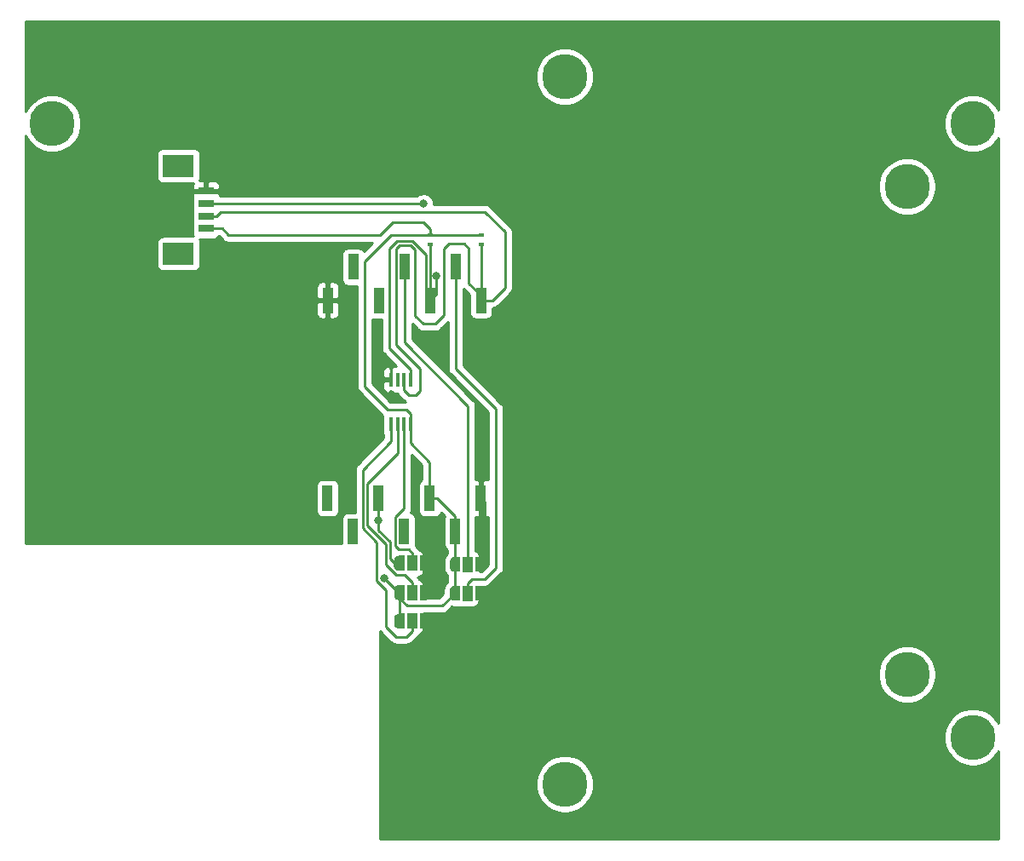
<source format=gbr>
G04 #@! TF.GenerationSoftware,KiCad,Pcbnew,(5.1.2)-2*
G04 #@! TF.CreationDate,2021-08-28T01:18:03-04:00*
G04 #@! TF.ProjectId,MAG_Plus,4d41475f-506c-4757-932e-6b696361645f,rev?*
G04 #@! TF.SameCoordinates,Original*
G04 #@! TF.FileFunction,Copper,L1,Top*
G04 #@! TF.FilePolarity,Positive*
%FSLAX46Y46*%
G04 Gerber Fmt 4.6, Leading zero omitted, Abs format (unit mm)*
G04 Created by KiCad (PCBNEW (5.1.2)-2) date 2021-08-28 01:18:03*
%MOMM*%
%LPD*%
G04 APERTURE LIST*
%ADD10C,4.500000*%
%ADD11C,0.500000*%
%ADD12C,0.100000*%
%ADD13R,1.000000X1.500000*%
%ADD14R,1.000000X2.510000*%
%ADD15R,3.100000X2.200000*%
%ADD16R,1.500000X0.800000*%
%ADD17R,0.450000X1.450000*%
%ADD18R,0.600000X0.400000*%
%ADD19C,0.800000*%
%ADD20C,0.250000*%
%ADD21C,0.254000*%
G04 APERTURE END LIST*
D10*
X553290000Y-47470000D03*
X461790000Y-47470000D03*
X553290000Y-108470000D03*
X546740000Y-53730000D03*
X546740000Y-102230000D03*
X512730000Y-42800000D03*
X512730000Y-113130000D03*
D11*
X496260000Y-94090000D03*
D12*
G36*
X496810000Y-94840000D02*
G01*
X496260000Y-94840000D01*
X496260000Y-94839398D01*
X496235466Y-94839398D01*
X496186635Y-94834588D01*
X496138510Y-94825016D01*
X496091555Y-94810772D01*
X496046222Y-94791995D01*
X496002949Y-94768864D01*
X495962150Y-94741604D01*
X495924221Y-94710476D01*
X495889524Y-94675779D01*
X495858396Y-94637850D01*
X495831136Y-94597051D01*
X495808005Y-94553778D01*
X495789228Y-94508445D01*
X495774984Y-94461490D01*
X495765412Y-94413365D01*
X495760602Y-94364534D01*
X495760602Y-94340000D01*
X495760000Y-94340000D01*
X495760000Y-93840000D01*
X495760602Y-93840000D01*
X495760602Y-93815466D01*
X495765412Y-93766635D01*
X495774984Y-93718510D01*
X495789228Y-93671555D01*
X495808005Y-93626222D01*
X495831136Y-93582949D01*
X495858396Y-93542150D01*
X495889524Y-93504221D01*
X495924221Y-93469524D01*
X495962150Y-93438396D01*
X496002949Y-93411136D01*
X496046222Y-93388005D01*
X496091555Y-93369228D01*
X496138510Y-93354984D01*
X496186635Y-93345412D01*
X496235466Y-93340602D01*
X496260000Y-93340602D01*
X496260000Y-93340000D01*
X496810000Y-93340000D01*
X496810000Y-94840000D01*
X496810000Y-94840000D01*
G37*
D11*
X498860000Y-94090000D03*
D12*
G36*
X498860000Y-93340602D02*
G01*
X498884534Y-93340602D01*
X498933365Y-93345412D01*
X498981490Y-93354984D01*
X499028445Y-93369228D01*
X499073778Y-93388005D01*
X499117051Y-93411136D01*
X499157850Y-93438396D01*
X499195779Y-93469524D01*
X499230476Y-93504221D01*
X499261604Y-93542150D01*
X499288864Y-93582949D01*
X499311995Y-93626222D01*
X499330772Y-93671555D01*
X499345016Y-93718510D01*
X499354588Y-93766635D01*
X499359398Y-93815466D01*
X499359398Y-93840000D01*
X499360000Y-93840000D01*
X499360000Y-94340000D01*
X499359398Y-94340000D01*
X499359398Y-94364534D01*
X499354588Y-94413365D01*
X499345016Y-94461490D01*
X499330772Y-94508445D01*
X499311995Y-94553778D01*
X499288864Y-94597051D01*
X499261604Y-94637850D01*
X499230476Y-94675779D01*
X499195779Y-94710476D01*
X499157850Y-94741604D01*
X499117051Y-94768864D01*
X499073778Y-94791995D01*
X499028445Y-94810772D01*
X498981490Y-94825016D01*
X498933365Y-94834588D01*
X498884534Y-94839398D01*
X498860000Y-94839398D01*
X498860000Y-94840000D01*
X498310000Y-94840000D01*
X498310000Y-93340000D01*
X498860000Y-93340000D01*
X498860000Y-93340602D01*
X498860000Y-93340602D01*
G37*
D13*
X497560000Y-94090000D03*
D14*
X489170000Y-65025000D03*
X494250000Y-65025000D03*
X499330000Y-65025000D03*
X504410000Y-65025000D03*
X491710000Y-61715000D03*
X496790000Y-61715000D03*
X501870000Y-61715000D03*
D15*
X474335000Y-60405000D03*
X474335000Y-51655000D03*
D16*
X477085000Y-57905000D03*
X477085000Y-56655000D03*
X477085000Y-55405000D03*
X477085000Y-54155000D03*
D11*
X501810000Y-91280000D03*
D12*
G36*
X502360000Y-92030000D02*
G01*
X501810000Y-92030000D01*
X501810000Y-92029398D01*
X501785466Y-92029398D01*
X501736635Y-92024588D01*
X501688510Y-92015016D01*
X501641555Y-92000772D01*
X501596222Y-91981995D01*
X501552949Y-91958864D01*
X501512150Y-91931604D01*
X501474221Y-91900476D01*
X501439524Y-91865779D01*
X501408396Y-91827850D01*
X501381136Y-91787051D01*
X501358005Y-91743778D01*
X501339228Y-91698445D01*
X501324984Y-91651490D01*
X501315412Y-91603365D01*
X501310602Y-91554534D01*
X501310602Y-91530000D01*
X501310000Y-91530000D01*
X501310000Y-91030000D01*
X501310602Y-91030000D01*
X501310602Y-91005466D01*
X501315412Y-90956635D01*
X501324984Y-90908510D01*
X501339228Y-90861555D01*
X501358005Y-90816222D01*
X501381136Y-90772949D01*
X501408396Y-90732150D01*
X501439524Y-90694221D01*
X501474221Y-90659524D01*
X501512150Y-90628396D01*
X501552949Y-90601136D01*
X501596222Y-90578005D01*
X501641555Y-90559228D01*
X501688510Y-90544984D01*
X501736635Y-90535412D01*
X501785466Y-90530602D01*
X501810000Y-90530602D01*
X501810000Y-90530000D01*
X502360000Y-90530000D01*
X502360000Y-92030000D01*
X502360000Y-92030000D01*
G37*
D11*
X504410000Y-91280000D03*
D12*
G36*
X504410000Y-90530602D02*
G01*
X504434534Y-90530602D01*
X504483365Y-90535412D01*
X504531490Y-90544984D01*
X504578445Y-90559228D01*
X504623778Y-90578005D01*
X504667051Y-90601136D01*
X504707850Y-90628396D01*
X504745779Y-90659524D01*
X504780476Y-90694221D01*
X504811604Y-90732150D01*
X504838864Y-90772949D01*
X504861995Y-90816222D01*
X504880772Y-90861555D01*
X504895016Y-90908510D01*
X504904588Y-90956635D01*
X504909398Y-91005466D01*
X504909398Y-91030000D01*
X504910000Y-91030000D01*
X504910000Y-91530000D01*
X504909398Y-91530000D01*
X504909398Y-91554534D01*
X504904588Y-91603365D01*
X504895016Y-91651490D01*
X504880772Y-91698445D01*
X504861995Y-91743778D01*
X504838864Y-91787051D01*
X504811604Y-91827850D01*
X504780476Y-91865779D01*
X504745779Y-91900476D01*
X504707850Y-91931604D01*
X504667051Y-91958864D01*
X504623778Y-91981995D01*
X504578445Y-92000772D01*
X504531490Y-92015016D01*
X504483365Y-92024588D01*
X504434534Y-92029398D01*
X504410000Y-92029398D01*
X504410000Y-92030000D01*
X503860000Y-92030000D01*
X503860000Y-90530000D01*
X504410000Y-90530000D01*
X504410000Y-90530602D01*
X504410000Y-90530602D01*
G37*
D13*
X503110000Y-91280000D03*
D14*
X491690000Y-88025000D03*
X496770000Y-88025000D03*
X501850000Y-88025000D03*
X489150000Y-84715000D03*
X494230000Y-84715000D03*
X499310000Y-84715000D03*
X504390000Y-84715000D03*
D17*
X497420000Y-72910000D03*
X496770000Y-72910000D03*
X496120000Y-72910000D03*
X495470000Y-72910000D03*
X495470000Y-77310000D03*
X496120000Y-77310000D03*
X496770000Y-77310000D03*
X497420000Y-77310000D03*
D18*
X499330000Y-58550000D03*
X499330000Y-59450000D03*
X504420000Y-59440000D03*
X504420000Y-58540000D03*
D13*
X503090000Y-94150000D03*
D11*
X504390000Y-94150000D03*
D12*
G36*
X504390000Y-93400602D02*
G01*
X504414534Y-93400602D01*
X504463365Y-93405412D01*
X504511490Y-93414984D01*
X504558445Y-93429228D01*
X504603778Y-93448005D01*
X504647051Y-93471136D01*
X504687850Y-93498396D01*
X504725779Y-93529524D01*
X504760476Y-93564221D01*
X504791604Y-93602150D01*
X504818864Y-93642949D01*
X504841995Y-93686222D01*
X504860772Y-93731555D01*
X504875016Y-93778510D01*
X504884588Y-93826635D01*
X504889398Y-93875466D01*
X504889398Y-93900000D01*
X504890000Y-93900000D01*
X504890000Y-94400000D01*
X504889398Y-94400000D01*
X504889398Y-94424534D01*
X504884588Y-94473365D01*
X504875016Y-94521490D01*
X504860772Y-94568445D01*
X504841995Y-94613778D01*
X504818864Y-94657051D01*
X504791604Y-94697850D01*
X504760476Y-94735779D01*
X504725779Y-94770476D01*
X504687850Y-94801604D01*
X504647051Y-94828864D01*
X504603778Y-94851995D01*
X504558445Y-94870772D01*
X504511490Y-94885016D01*
X504463365Y-94894588D01*
X504414534Y-94899398D01*
X504390000Y-94899398D01*
X504390000Y-94900000D01*
X503840000Y-94900000D01*
X503840000Y-93400000D01*
X504390000Y-93400000D01*
X504390000Y-93400602D01*
X504390000Y-93400602D01*
G37*
D11*
X501790000Y-94150000D03*
D12*
G36*
X502340000Y-94900000D02*
G01*
X501790000Y-94900000D01*
X501790000Y-94899398D01*
X501765466Y-94899398D01*
X501716635Y-94894588D01*
X501668510Y-94885016D01*
X501621555Y-94870772D01*
X501576222Y-94851995D01*
X501532949Y-94828864D01*
X501492150Y-94801604D01*
X501454221Y-94770476D01*
X501419524Y-94735779D01*
X501388396Y-94697850D01*
X501361136Y-94657051D01*
X501338005Y-94613778D01*
X501319228Y-94568445D01*
X501304984Y-94521490D01*
X501295412Y-94473365D01*
X501290602Y-94424534D01*
X501290602Y-94400000D01*
X501290000Y-94400000D01*
X501290000Y-93900000D01*
X501290602Y-93900000D01*
X501290602Y-93875466D01*
X501295412Y-93826635D01*
X501304984Y-93778510D01*
X501319228Y-93731555D01*
X501338005Y-93686222D01*
X501361136Y-93642949D01*
X501388396Y-93602150D01*
X501419524Y-93564221D01*
X501454221Y-93529524D01*
X501492150Y-93498396D01*
X501532949Y-93471136D01*
X501576222Y-93448005D01*
X501621555Y-93429228D01*
X501668510Y-93414984D01*
X501716635Y-93405412D01*
X501765466Y-93400602D01*
X501790000Y-93400602D01*
X501790000Y-93400000D01*
X502340000Y-93400000D01*
X502340000Y-94900000D01*
X502340000Y-94900000D01*
G37*
D13*
X497570000Y-96920000D03*
D11*
X498870000Y-96920000D03*
D12*
G36*
X498870000Y-96170602D02*
G01*
X498894534Y-96170602D01*
X498943365Y-96175412D01*
X498991490Y-96184984D01*
X499038445Y-96199228D01*
X499083778Y-96218005D01*
X499127051Y-96241136D01*
X499167850Y-96268396D01*
X499205779Y-96299524D01*
X499240476Y-96334221D01*
X499271604Y-96372150D01*
X499298864Y-96412949D01*
X499321995Y-96456222D01*
X499340772Y-96501555D01*
X499355016Y-96548510D01*
X499364588Y-96596635D01*
X499369398Y-96645466D01*
X499369398Y-96670000D01*
X499370000Y-96670000D01*
X499370000Y-97170000D01*
X499369398Y-97170000D01*
X499369398Y-97194534D01*
X499364588Y-97243365D01*
X499355016Y-97291490D01*
X499340772Y-97338445D01*
X499321995Y-97383778D01*
X499298864Y-97427051D01*
X499271604Y-97467850D01*
X499240476Y-97505779D01*
X499205779Y-97540476D01*
X499167850Y-97571604D01*
X499127051Y-97598864D01*
X499083778Y-97621995D01*
X499038445Y-97640772D01*
X498991490Y-97655016D01*
X498943365Y-97664588D01*
X498894534Y-97669398D01*
X498870000Y-97669398D01*
X498870000Y-97670000D01*
X498320000Y-97670000D01*
X498320000Y-96170000D01*
X498870000Y-96170000D01*
X498870000Y-96170602D01*
X498870000Y-96170602D01*
G37*
D11*
X496270000Y-96920000D03*
D12*
G36*
X496820000Y-97670000D02*
G01*
X496270000Y-97670000D01*
X496270000Y-97669398D01*
X496245466Y-97669398D01*
X496196635Y-97664588D01*
X496148510Y-97655016D01*
X496101555Y-97640772D01*
X496056222Y-97621995D01*
X496012949Y-97598864D01*
X495972150Y-97571604D01*
X495934221Y-97540476D01*
X495899524Y-97505779D01*
X495868396Y-97467850D01*
X495841136Y-97427051D01*
X495818005Y-97383778D01*
X495799228Y-97338445D01*
X495784984Y-97291490D01*
X495775412Y-97243365D01*
X495770602Y-97194534D01*
X495770602Y-97170000D01*
X495770000Y-97170000D01*
X495770000Y-96670000D01*
X495770602Y-96670000D01*
X495770602Y-96645466D01*
X495775412Y-96596635D01*
X495784984Y-96548510D01*
X495799228Y-96501555D01*
X495818005Y-96456222D01*
X495841136Y-96412949D01*
X495868396Y-96372150D01*
X495899524Y-96334221D01*
X495934221Y-96299524D01*
X495972150Y-96268396D01*
X496012949Y-96241136D01*
X496056222Y-96218005D01*
X496101555Y-96199228D01*
X496148510Y-96184984D01*
X496196635Y-96175412D01*
X496245466Y-96170602D01*
X496270000Y-96170602D01*
X496270000Y-96170000D01*
X496820000Y-96170000D01*
X496820000Y-97670000D01*
X496820000Y-97670000D01*
G37*
D11*
X496250000Y-91170000D03*
D12*
G36*
X496800000Y-91920000D02*
G01*
X496250000Y-91920000D01*
X496250000Y-91919398D01*
X496225466Y-91919398D01*
X496176635Y-91914588D01*
X496128510Y-91905016D01*
X496081555Y-91890772D01*
X496036222Y-91871995D01*
X495992949Y-91848864D01*
X495952150Y-91821604D01*
X495914221Y-91790476D01*
X495879524Y-91755779D01*
X495848396Y-91717850D01*
X495821136Y-91677051D01*
X495798005Y-91633778D01*
X495779228Y-91588445D01*
X495764984Y-91541490D01*
X495755412Y-91493365D01*
X495750602Y-91444534D01*
X495750602Y-91420000D01*
X495750000Y-91420000D01*
X495750000Y-90920000D01*
X495750602Y-90920000D01*
X495750602Y-90895466D01*
X495755412Y-90846635D01*
X495764984Y-90798510D01*
X495779228Y-90751555D01*
X495798005Y-90706222D01*
X495821136Y-90662949D01*
X495848396Y-90622150D01*
X495879524Y-90584221D01*
X495914221Y-90549524D01*
X495952150Y-90518396D01*
X495992949Y-90491136D01*
X496036222Y-90468005D01*
X496081555Y-90449228D01*
X496128510Y-90434984D01*
X496176635Y-90425412D01*
X496225466Y-90420602D01*
X496250000Y-90420602D01*
X496250000Y-90420000D01*
X496800000Y-90420000D01*
X496800000Y-91920000D01*
X496800000Y-91920000D01*
G37*
D11*
X498850000Y-91170000D03*
D12*
G36*
X498850000Y-90420602D02*
G01*
X498874534Y-90420602D01*
X498923365Y-90425412D01*
X498971490Y-90434984D01*
X499018445Y-90449228D01*
X499063778Y-90468005D01*
X499107051Y-90491136D01*
X499147850Y-90518396D01*
X499185779Y-90549524D01*
X499220476Y-90584221D01*
X499251604Y-90622150D01*
X499278864Y-90662949D01*
X499301995Y-90706222D01*
X499320772Y-90751555D01*
X499335016Y-90798510D01*
X499344588Y-90846635D01*
X499349398Y-90895466D01*
X499349398Y-90920000D01*
X499350000Y-90920000D01*
X499350000Y-91420000D01*
X499349398Y-91420000D01*
X499349398Y-91444534D01*
X499344588Y-91493365D01*
X499335016Y-91541490D01*
X499320772Y-91588445D01*
X499301995Y-91633778D01*
X499278864Y-91677051D01*
X499251604Y-91717850D01*
X499220476Y-91755779D01*
X499185779Y-91790476D01*
X499147850Y-91821604D01*
X499107051Y-91848864D01*
X499063778Y-91871995D01*
X499018445Y-91890772D01*
X498971490Y-91905016D01*
X498923365Y-91914588D01*
X498874534Y-91919398D01*
X498850000Y-91919398D01*
X498850000Y-91920000D01*
X498300000Y-91920000D01*
X498300000Y-90420000D01*
X498850000Y-90420000D01*
X498850000Y-90420602D01*
X498850000Y-90420602D01*
G37*
D13*
X497550000Y-91170000D03*
D19*
X498700000Y-55440000D03*
X499945000Y-62600000D03*
X507350000Y-92220000D03*
X504740000Y-87450000D03*
X499760000Y-88650000D03*
X501840000Y-97150000D03*
X494220000Y-70260000D03*
X489580000Y-68540000D03*
X494230002Y-86930000D03*
X494770000Y-92630000D03*
D20*
X504410000Y-65025000D02*
X504410000Y-59450000D01*
X504410000Y-59450000D02*
X504420000Y-59440000D01*
X497410000Y-59600000D02*
X497829990Y-60019990D01*
X503200000Y-63350000D02*
X504410000Y-64560000D01*
X498640000Y-67370000D02*
X499830000Y-67370000D01*
X500670000Y-59940000D02*
X501180000Y-59430000D01*
X498330000Y-71850000D02*
X495964999Y-69484999D01*
X502710000Y-59430000D02*
X503200000Y-59920000D01*
X503200000Y-59920000D02*
X503200000Y-63350000D01*
X501180000Y-59430000D02*
X502710000Y-59430000D01*
X495964999Y-69484999D02*
X495964999Y-59915001D01*
X497829990Y-66559990D02*
X498640000Y-67370000D01*
X500670000Y-66530000D02*
X500670000Y-59940000D01*
X496280000Y-59600000D02*
X497410000Y-59600000D01*
X497829990Y-60019990D02*
X497829990Y-66559990D01*
X497900000Y-74430000D02*
X498330000Y-74000000D01*
X498330000Y-74000000D02*
X498330000Y-71850000D01*
X496770000Y-73950000D02*
X497250000Y-74430000D01*
X496770000Y-72910000D02*
X496770000Y-73950000D01*
X499830000Y-67370000D02*
X500670000Y-66530000D01*
X495964999Y-59915001D02*
X496280000Y-59600000D01*
X504410000Y-64560000D02*
X504410000Y-65025000D01*
X497250000Y-74430000D02*
X497900000Y-74430000D01*
X478085000Y-56655000D02*
X478510000Y-56230000D01*
X477085000Y-56655000D02*
X478085000Y-56655000D01*
X478510000Y-56230000D02*
X504780000Y-56230000D01*
X504780000Y-56230000D02*
X506790000Y-58240000D01*
X506790000Y-58240000D02*
X506790000Y-63760000D01*
X505525000Y-65025000D02*
X504410000Y-65025000D01*
X506790000Y-63760000D02*
X505525000Y-65025000D01*
X497556411Y-59110000D02*
X496030000Y-59110000D01*
X497420000Y-71935000D02*
X497420000Y-72910000D01*
X495270000Y-69785000D02*
X497420000Y-71935000D01*
X496030000Y-59110000D02*
X495270000Y-59870000D01*
X498940000Y-60493589D02*
X497556411Y-59110000D01*
X499330000Y-65025000D02*
X498940000Y-64635000D01*
X495270000Y-59870000D02*
X495270000Y-69785000D01*
X498940000Y-64635000D02*
X498940000Y-60493589D01*
X499330000Y-65025000D02*
X499330000Y-59450000D01*
X477085000Y-55405000D02*
X498665000Y-55405000D01*
X498665000Y-55405000D02*
X498700000Y-55440000D01*
X499945000Y-64410000D02*
X499330000Y-65025000D01*
X499945000Y-62600000D02*
X499945000Y-64410000D01*
X504390000Y-94150000D02*
X505420000Y-94150000D01*
X505420000Y-94150000D02*
X507350000Y-92220000D01*
X504740000Y-85065000D02*
X504390000Y-84715000D01*
X504740000Y-87450000D02*
X504740000Y-85065000D01*
X498850000Y-91170000D02*
X498850000Y-89560000D01*
X498850000Y-89560000D02*
X499760000Y-88650000D01*
X499100000Y-97150000D02*
X498870000Y-96920000D01*
X501840000Y-97150000D02*
X499100000Y-97150000D01*
X495470000Y-72910000D02*
X495470000Y-71510000D01*
X495470000Y-71510000D02*
X494220000Y-70260000D01*
X489220000Y-65075000D02*
X489170000Y-65025000D01*
X489580000Y-68540000D02*
X489220000Y-68180000D01*
X489220000Y-68180000D02*
X489220000Y-65075000D01*
X494010000Y-84935000D02*
X494230000Y-84715000D01*
X499310000Y-84715000D02*
X499310000Y-81110000D01*
X497420000Y-79220000D02*
X497420000Y-77310000D01*
X499310000Y-81110000D02*
X497420000Y-79220000D01*
X501850000Y-86520000D02*
X501850000Y-88025000D01*
X501850000Y-86505000D02*
X501850000Y-86520000D01*
X500060000Y-84715000D02*
X501850000Y-86505000D01*
X499310000Y-84715000D02*
X500060000Y-84715000D01*
X504410000Y-58550000D02*
X504420000Y-58540000D01*
X499330000Y-58550000D02*
X504410000Y-58550000D01*
X501790000Y-91300000D02*
X501810000Y-91280000D01*
X501790000Y-94150000D02*
X501790000Y-91300000D01*
X501810000Y-91280000D02*
X501810000Y-88065000D01*
X501810000Y-88065000D02*
X501850000Y-88025000D01*
X498780000Y-58550000D02*
X499330000Y-58550000D01*
X497420000Y-76335000D02*
X496955000Y-75870000D01*
X492830000Y-61190000D02*
X495470000Y-58550000D01*
X492830000Y-73600000D02*
X492830000Y-61190000D01*
X497420000Y-77310000D02*
X497420000Y-76335000D01*
X495470000Y-58550000D02*
X498780000Y-58550000D01*
X495100000Y-75870000D02*
X492830000Y-73600000D01*
X496955000Y-75870000D02*
X495100000Y-75870000D01*
X496270000Y-94100000D02*
X496260000Y-94090000D01*
X496270000Y-96920000D02*
X496270000Y-94100000D01*
X496260000Y-94590000D02*
X496260000Y-94090000D01*
X497080000Y-95410000D02*
X496260000Y-94590000D01*
X501790000Y-94150000D02*
X500530000Y-95410000D01*
X500530000Y-95410000D02*
X497080000Y-95410000D01*
X499330000Y-57970000D02*
X499330000Y-58550000D01*
X478675000Y-57905000D02*
X479320000Y-58550000D01*
X477085000Y-57905000D02*
X478675000Y-57905000D01*
X479320000Y-58550000D02*
X494350000Y-58550000D01*
X494350000Y-58550000D02*
X495620000Y-57280000D01*
X495620000Y-57280000D02*
X498640000Y-57280000D01*
X498640000Y-57280000D02*
X499330000Y-57970000D01*
X494230000Y-84715000D02*
X494230000Y-86929998D01*
X494230000Y-86929998D02*
X494230002Y-86930000D01*
X494230000Y-86220000D02*
X494230000Y-84715000D01*
X495890000Y-91190000D02*
X495400022Y-90700022D01*
X494230000Y-87893589D02*
X494230000Y-86220000D01*
X495400022Y-89063611D02*
X494230000Y-87893589D01*
X495400022Y-90700022D02*
X495400022Y-89063611D01*
X496260000Y-94090000D02*
X494800000Y-92630000D01*
X494800000Y-92630000D02*
X494770000Y-92630000D01*
X503110000Y-75530000D02*
X496790000Y-69210000D01*
X503110000Y-91280000D02*
X503110000Y-75530000D01*
X496790000Y-69210000D02*
X496790000Y-61715000D01*
X501870000Y-61715000D02*
X501870000Y-71820000D01*
X501870000Y-71820000D02*
X505890000Y-75840000D01*
X505890000Y-75840000D02*
X505890000Y-91620000D01*
X503090000Y-93150000D02*
X503090000Y-94150000D01*
X505890000Y-91620000D02*
X504760000Y-92750000D01*
X504760000Y-92750000D02*
X503490000Y-92750000D01*
X503490000Y-92750000D02*
X503090000Y-93150000D01*
X497190000Y-91190000D02*
X497190000Y-90780000D01*
X496770000Y-78285000D02*
X496770000Y-77310000D01*
X496770000Y-85686410D02*
X496770000Y-78285000D01*
X497550000Y-91170000D02*
X497550000Y-90170000D01*
X497210000Y-89830000D02*
X496240000Y-89830000D01*
X496240000Y-89830000D02*
X495870000Y-89460000D01*
X497550000Y-90170000D02*
X497210000Y-89830000D01*
X495870000Y-89460000D02*
X495870000Y-86586410D01*
X495870000Y-86586410D02*
X496770000Y-85686410D01*
X495470000Y-78285000D02*
X495470000Y-77310000D01*
X495470000Y-79050000D02*
X495470000Y-78285000D01*
X492630000Y-81890000D02*
X495470000Y-79050000D01*
X494044998Y-89124998D02*
X492630000Y-87710000D01*
X497570000Y-97920000D02*
X497020000Y-98470000D01*
X494044998Y-92958001D02*
X494044998Y-89124998D01*
X497570000Y-96920000D02*
X497570000Y-97920000D01*
X492630000Y-87710000D02*
X492630000Y-81890000D01*
X497020000Y-98470000D02*
X495960000Y-98470000D01*
X495960000Y-98470000D02*
X494950000Y-97460000D01*
X494950000Y-97460000D02*
X494950000Y-93863003D01*
X494950000Y-93863003D02*
X494044998Y-92958001D01*
X496120000Y-78285000D02*
X496120000Y-77310000D01*
X493100000Y-83250000D02*
X496120000Y-80230000D01*
X494950011Y-89250011D02*
X493100000Y-87400000D01*
X495978661Y-92311999D02*
X494950011Y-91283349D01*
X496781999Y-92311999D02*
X495978661Y-92311999D01*
X497560000Y-93090000D02*
X496781999Y-92311999D01*
X496120000Y-80230000D02*
X496120000Y-78285000D01*
X494950011Y-91283349D02*
X494950011Y-89250011D01*
X493100000Y-87400000D02*
X493100000Y-83250000D01*
X497560000Y-94090000D02*
X497560000Y-93090000D01*
D21*
G36*
X555830000Y-46078516D02*
G01*
X555530926Y-45630920D01*
X555129080Y-45229074D01*
X554656560Y-44913346D01*
X554131523Y-44695869D01*
X553574148Y-44585000D01*
X553005852Y-44585000D01*
X552448477Y-44695869D01*
X551923440Y-44913346D01*
X551450920Y-45229074D01*
X551049074Y-45630920D01*
X550733346Y-46103440D01*
X550515869Y-46628477D01*
X550405000Y-47185852D01*
X550405000Y-47754148D01*
X550515869Y-48311523D01*
X550733346Y-48836560D01*
X551049074Y-49309080D01*
X551450920Y-49710926D01*
X551923440Y-50026654D01*
X552448477Y-50244131D01*
X553005852Y-50355000D01*
X553574148Y-50355000D01*
X554131523Y-50244131D01*
X554656560Y-50026654D01*
X555129080Y-49710926D01*
X555530926Y-49309080D01*
X555830000Y-48861484D01*
X555830001Y-107078517D01*
X555530926Y-106630920D01*
X555129080Y-106229074D01*
X554656560Y-105913346D01*
X554131523Y-105695869D01*
X553574148Y-105585000D01*
X553005852Y-105585000D01*
X552448477Y-105695869D01*
X551923440Y-105913346D01*
X551450920Y-106229074D01*
X551049074Y-106630920D01*
X550733346Y-107103440D01*
X550515869Y-107628477D01*
X550405000Y-108185852D01*
X550405000Y-108754148D01*
X550515869Y-109311523D01*
X550733346Y-109836560D01*
X551049074Y-110309080D01*
X551450920Y-110710926D01*
X551923440Y-111026654D01*
X552448477Y-111244131D01*
X553005852Y-111355000D01*
X553574148Y-111355000D01*
X554131523Y-111244131D01*
X554656560Y-111026654D01*
X555129080Y-110710926D01*
X555530926Y-110309080D01*
X555830001Y-109861483D01*
X555830001Y-118610000D01*
X494330448Y-118610000D01*
X494334369Y-112845852D01*
X509845000Y-112845852D01*
X509845000Y-113414148D01*
X509955869Y-113971523D01*
X510173346Y-114496560D01*
X510489074Y-114969080D01*
X510890920Y-115370926D01*
X511363440Y-115686654D01*
X511888477Y-115904131D01*
X512445852Y-116015000D01*
X513014148Y-116015000D01*
X513571523Y-115904131D01*
X514096560Y-115686654D01*
X514569080Y-115370926D01*
X514970926Y-114969080D01*
X515286654Y-114496560D01*
X515504131Y-113971523D01*
X515615000Y-113414148D01*
X515615000Y-112845852D01*
X515504131Y-112288477D01*
X515286654Y-111763440D01*
X514970926Y-111290920D01*
X514569080Y-110889074D01*
X514096560Y-110573346D01*
X513571523Y-110355869D01*
X513014148Y-110245000D01*
X512445852Y-110245000D01*
X511888477Y-110355869D01*
X511363440Y-110573346D01*
X510890920Y-110889074D01*
X510489074Y-111290920D01*
X510173346Y-111763440D01*
X509955869Y-112288477D01*
X509845000Y-112845852D01*
X494334369Y-112845852D01*
X494341784Y-101945852D01*
X543855000Y-101945852D01*
X543855000Y-102514148D01*
X543965869Y-103071523D01*
X544183346Y-103596560D01*
X544499074Y-104069080D01*
X544900920Y-104470926D01*
X545373440Y-104786654D01*
X545898477Y-105004131D01*
X546455852Y-105115000D01*
X547024148Y-105115000D01*
X547581523Y-105004131D01*
X548106560Y-104786654D01*
X548579080Y-104470926D01*
X548980926Y-104069080D01*
X549296654Y-103596560D01*
X549514131Y-103071523D01*
X549625000Y-102514148D01*
X549625000Y-101945852D01*
X549514131Y-101388477D01*
X549296654Y-100863440D01*
X548980926Y-100390920D01*
X548579080Y-99989074D01*
X548106560Y-99673346D01*
X547581523Y-99455869D01*
X547024148Y-99345000D01*
X546455852Y-99345000D01*
X545898477Y-99455869D01*
X545373440Y-99673346D01*
X544900920Y-99989074D01*
X544499074Y-100390920D01*
X544183346Y-100863440D01*
X543965869Y-101388477D01*
X543855000Y-101945852D01*
X494341784Y-101945852D01*
X494344523Y-97920217D01*
X494409999Y-98000001D01*
X494439002Y-98023804D01*
X495396201Y-98981003D01*
X495419999Y-99010001D01*
X495535724Y-99104974D01*
X495667753Y-99175546D01*
X495811014Y-99219003D01*
X495922667Y-99230000D01*
X495922675Y-99230000D01*
X495960000Y-99233676D01*
X495997325Y-99230000D01*
X496982678Y-99230000D01*
X497020000Y-99233676D01*
X497057322Y-99230000D01*
X497057333Y-99230000D01*
X497168986Y-99219003D01*
X497312247Y-99175546D01*
X497444276Y-99104974D01*
X497560001Y-99010001D01*
X497583803Y-98980998D01*
X498081007Y-98483795D01*
X498110001Y-98460001D01*
X498133795Y-98431008D01*
X498133799Y-98431004D01*
X498204973Y-98344277D01*
X498217407Y-98321015D01*
X498237923Y-98282634D01*
X498314180Y-98259502D01*
X498424494Y-98200537D01*
X498521185Y-98121185D01*
X498600537Y-98024494D01*
X498659502Y-97914180D01*
X498695812Y-97794482D01*
X498708072Y-97670000D01*
X498708072Y-96170000D01*
X500492678Y-96170000D01*
X500530000Y-96173676D01*
X500567322Y-96170000D01*
X500567333Y-96170000D01*
X500678986Y-96159003D01*
X500822247Y-96115546D01*
X500954276Y-96044974D01*
X501070001Y-95950001D01*
X501093804Y-95920997D01*
X501512814Y-95501988D01*
X501520377Y-95504282D01*
X501616510Y-95523404D01*
X501740991Y-95535664D01*
X501765550Y-95535664D01*
X501790000Y-95538072D01*
X502340000Y-95538072D01*
X502464482Y-95525812D01*
X502465000Y-95525655D01*
X502465518Y-95525812D01*
X502590000Y-95538072D01*
X503590000Y-95538072D01*
X503714482Y-95525812D01*
X503834180Y-95489502D01*
X503944494Y-95430537D01*
X504041185Y-95351185D01*
X504120537Y-95254494D01*
X504179502Y-95144180D01*
X504215812Y-95024482D01*
X504228072Y-94900000D01*
X504228072Y-93510000D01*
X504722678Y-93510000D01*
X504760000Y-93513676D01*
X504797322Y-93510000D01*
X504797333Y-93510000D01*
X504908986Y-93499003D01*
X505052247Y-93455546D01*
X505184276Y-93384974D01*
X505300001Y-93290001D01*
X505323804Y-93260998D01*
X506401003Y-92183799D01*
X506430001Y-92160001D01*
X506524974Y-92044276D01*
X506595546Y-91912247D01*
X506639003Y-91768986D01*
X506650000Y-91657333D01*
X506650000Y-91657324D01*
X506653676Y-91620001D01*
X506650000Y-91582678D01*
X506650000Y-75877333D01*
X506653677Y-75840000D01*
X506639003Y-75691014D01*
X506595546Y-75547753D01*
X506524974Y-75415724D01*
X506453799Y-75328997D01*
X506430001Y-75299999D01*
X506401004Y-75276202D01*
X502630000Y-71505199D01*
X502630000Y-63853446D01*
X502660000Y-63890001D01*
X502688998Y-63913799D01*
X503271928Y-64496730D01*
X503271928Y-66280000D01*
X503284188Y-66404482D01*
X503320498Y-66524180D01*
X503379463Y-66634494D01*
X503458815Y-66731185D01*
X503555506Y-66810537D01*
X503665820Y-66869502D01*
X503785518Y-66905812D01*
X503910000Y-66918072D01*
X504910000Y-66918072D01*
X505034482Y-66905812D01*
X505154180Y-66869502D01*
X505264494Y-66810537D01*
X505361185Y-66731185D01*
X505440537Y-66634494D01*
X505499502Y-66524180D01*
X505535812Y-66404482D01*
X505548072Y-66280000D01*
X505548072Y-65786404D01*
X505562322Y-65785000D01*
X505562333Y-65785000D01*
X505673986Y-65774003D01*
X505817247Y-65730546D01*
X505949276Y-65659974D01*
X506065001Y-65565001D01*
X506088804Y-65535997D01*
X507301003Y-64323799D01*
X507330001Y-64300001D01*
X507403269Y-64210724D01*
X507424974Y-64184277D01*
X507495546Y-64052247D01*
X507515725Y-63985725D01*
X507539003Y-63908986D01*
X507550000Y-63797333D01*
X507550000Y-63797324D01*
X507553676Y-63760001D01*
X507550000Y-63722678D01*
X507550000Y-58277322D01*
X507553676Y-58239999D01*
X507550000Y-58202676D01*
X507550000Y-58202667D01*
X507539003Y-58091014D01*
X507495546Y-57947753D01*
X507424974Y-57815724D01*
X507330001Y-57699999D01*
X507301004Y-57676202D01*
X505343804Y-55719003D01*
X505320001Y-55689999D01*
X505204276Y-55595026D01*
X505072247Y-55524454D01*
X504928986Y-55480997D01*
X504817333Y-55470000D01*
X504817322Y-55470000D01*
X504780000Y-55466324D01*
X504742678Y-55470000D01*
X499735000Y-55470000D01*
X499735000Y-55338061D01*
X499695226Y-55138102D01*
X499617205Y-54949744D01*
X499503937Y-54780226D01*
X499359774Y-54636063D01*
X499190256Y-54522795D01*
X499001898Y-54444774D01*
X498801939Y-54405000D01*
X498598061Y-54405000D01*
X498398102Y-54444774D01*
X498209744Y-54522795D01*
X498040226Y-54636063D01*
X498031289Y-54645000D01*
X478464208Y-54645000D01*
X478473072Y-54555000D01*
X478470000Y-54440750D01*
X478311250Y-54282000D01*
X477212000Y-54282000D01*
X477212000Y-54302000D01*
X476958000Y-54302000D01*
X476958000Y-54282000D01*
X475858750Y-54282000D01*
X475700000Y-54440750D01*
X475696928Y-54555000D01*
X475709188Y-54679482D01*
X475739680Y-54780000D01*
X475709188Y-54880518D01*
X475696928Y-55005000D01*
X475696928Y-55805000D01*
X475709188Y-55929482D01*
X475739680Y-56030000D01*
X475709188Y-56130518D01*
X475696928Y-56255000D01*
X475696928Y-57055000D01*
X475709188Y-57179482D01*
X475739680Y-57280000D01*
X475709188Y-57380518D01*
X475696928Y-57505000D01*
X475696928Y-58305000D01*
X475709188Y-58429482D01*
X475745498Y-58549180D01*
X475804463Y-58659494D01*
X475810564Y-58666928D01*
X472785000Y-58666928D01*
X472660518Y-58679188D01*
X472540820Y-58715498D01*
X472430506Y-58774463D01*
X472333815Y-58853815D01*
X472254463Y-58950506D01*
X472195498Y-59060820D01*
X472159188Y-59180518D01*
X472146928Y-59305000D01*
X472146928Y-61505000D01*
X472159188Y-61629482D01*
X472195498Y-61749180D01*
X472254463Y-61859494D01*
X472333815Y-61956185D01*
X472430506Y-62035537D01*
X472540820Y-62094502D01*
X472660518Y-62130812D01*
X472785000Y-62143072D01*
X475885000Y-62143072D01*
X476009482Y-62130812D01*
X476129180Y-62094502D01*
X476239494Y-62035537D01*
X476336185Y-61956185D01*
X476415537Y-61859494D01*
X476474502Y-61749180D01*
X476510812Y-61629482D01*
X476523072Y-61505000D01*
X476523072Y-59305000D01*
X476510812Y-59180518D01*
X476474502Y-59060820D01*
X476415537Y-58950506D01*
X476409436Y-58943072D01*
X477835000Y-58943072D01*
X477959482Y-58930812D01*
X478079180Y-58894502D01*
X478189494Y-58835537D01*
X478286185Y-58756185D01*
X478360649Y-58665450D01*
X478756200Y-59061002D01*
X478779999Y-59090001D01*
X478895724Y-59184974D01*
X479027753Y-59255546D01*
X479171014Y-59299003D01*
X479282667Y-59310000D01*
X479282675Y-59310000D01*
X479320000Y-59313676D01*
X479357325Y-59310000D01*
X493635198Y-59310000D01*
X492775076Y-60170123D01*
X492740537Y-60105506D01*
X492661185Y-60008815D01*
X492564494Y-59929463D01*
X492454180Y-59870498D01*
X492334482Y-59834188D01*
X492210000Y-59821928D01*
X491210000Y-59821928D01*
X491085518Y-59834188D01*
X490965820Y-59870498D01*
X490855506Y-59929463D01*
X490758815Y-60008815D01*
X490679463Y-60105506D01*
X490620498Y-60215820D01*
X490584188Y-60335518D01*
X490571928Y-60460000D01*
X490571928Y-62970000D01*
X490584188Y-63094482D01*
X490620498Y-63214180D01*
X490679463Y-63324494D01*
X490758815Y-63421185D01*
X490855506Y-63500537D01*
X490965820Y-63559502D01*
X491085518Y-63595812D01*
X491210000Y-63608072D01*
X492070001Y-63608072D01*
X492070000Y-73562678D01*
X492066324Y-73600000D01*
X492070000Y-73637322D01*
X492070000Y-73637332D01*
X492080997Y-73748985D01*
X492096780Y-73801015D01*
X492124454Y-73892246D01*
X492195026Y-74024276D01*
X492205742Y-74037333D01*
X492289999Y-74140001D01*
X492319003Y-74163804D01*
X494536200Y-76381002D01*
X494559999Y-76410001D01*
X494619660Y-76458963D01*
X494619188Y-76460518D01*
X494606928Y-76585000D01*
X494606928Y-78035000D01*
X494619188Y-78159482D01*
X494655498Y-78279180D01*
X494710000Y-78381144D01*
X494710000Y-78735198D01*
X492118998Y-81326201D01*
X492090000Y-81349999D01*
X492066202Y-81378997D01*
X492066201Y-81378998D01*
X491995026Y-81465724D01*
X491924454Y-81597754D01*
X491880998Y-81741015D01*
X491866324Y-81890000D01*
X491870001Y-81927332D01*
X491870000Y-86131928D01*
X491190000Y-86131928D01*
X491065518Y-86144188D01*
X490945820Y-86180498D01*
X490835506Y-86239463D01*
X490738815Y-86318815D01*
X490659463Y-86415506D01*
X490600498Y-86525820D01*
X490564188Y-86645518D01*
X490551928Y-86770000D01*
X490551928Y-89210000D01*
X459150000Y-89210000D01*
X459150000Y-83460000D01*
X488011928Y-83460000D01*
X488011928Y-85970000D01*
X488024188Y-86094482D01*
X488060498Y-86214180D01*
X488119463Y-86324494D01*
X488198815Y-86421185D01*
X488295506Y-86500537D01*
X488405820Y-86559502D01*
X488525518Y-86595812D01*
X488650000Y-86608072D01*
X489650000Y-86608072D01*
X489774482Y-86595812D01*
X489894180Y-86559502D01*
X490004494Y-86500537D01*
X490101185Y-86421185D01*
X490180537Y-86324494D01*
X490239502Y-86214180D01*
X490275812Y-86094482D01*
X490288072Y-85970000D01*
X490288072Y-83460000D01*
X490275812Y-83335518D01*
X490239502Y-83215820D01*
X490180537Y-83105506D01*
X490101185Y-83008815D01*
X490004494Y-82929463D01*
X489894180Y-82870498D01*
X489774482Y-82834188D01*
X489650000Y-82821928D01*
X488650000Y-82821928D01*
X488525518Y-82834188D01*
X488405820Y-82870498D01*
X488295506Y-82929463D01*
X488198815Y-83008815D01*
X488119463Y-83105506D01*
X488060498Y-83215820D01*
X488024188Y-83335518D01*
X488011928Y-83460000D01*
X459150000Y-83460000D01*
X459150000Y-66280000D01*
X488031928Y-66280000D01*
X488044188Y-66404482D01*
X488080498Y-66524180D01*
X488139463Y-66634494D01*
X488218815Y-66731185D01*
X488315506Y-66810537D01*
X488425820Y-66869502D01*
X488545518Y-66905812D01*
X488670000Y-66918072D01*
X488884250Y-66915000D01*
X489043000Y-66756250D01*
X489043000Y-65152000D01*
X489297000Y-65152000D01*
X489297000Y-66756250D01*
X489455750Y-66915000D01*
X489670000Y-66918072D01*
X489794482Y-66905812D01*
X489914180Y-66869502D01*
X490024494Y-66810537D01*
X490121185Y-66731185D01*
X490200537Y-66634494D01*
X490259502Y-66524180D01*
X490295812Y-66404482D01*
X490308072Y-66280000D01*
X490305000Y-65310750D01*
X490146250Y-65152000D01*
X489297000Y-65152000D01*
X489043000Y-65152000D01*
X488193750Y-65152000D01*
X488035000Y-65310750D01*
X488031928Y-66280000D01*
X459150000Y-66280000D01*
X459150000Y-63770000D01*
X488031928Y-63770000D01*
X488035000Y-64739250D01*
X488193750Y-64898000D01*
X489043000Y-64898000D01*
X489043000Y-63293750D01*
X489297000Y-63293750D01*
X489297000Y-64898000D01*
X490146250Y-64898000D01*
X490305000Y-64739250D01*
X490308072Y-63770000D01*
X490295812Y-63645518D01*
X490259502Y-63525820D01*
X490200537Y-63415506D01*
X490121185Y-63318815D01*
X490024494Y-63239463D01*
X489914180Y-63180498D01*
X489794482Y-63144188D01*
X489670000Y-63131928D01*
X489455750Y-63135000D01*
X489297000Y-63293750D01*
X489043000Y-63293750D01*
X488884250Y-63135000D01*
X488670000Y-63131928D01*
X488545518Y-63144188D01*
X488425820Y-63180498D01*
X488315506Y-63239463D01*
X488218815Y-63318815D01*
X488139463Y-63415506D01*
X488080498Y-63525820D01*
X488044188Y-63645518D01*
X488031928Y-63770000D01*
X459150000Y-63770000D01*
X459150000Y-50555000D01*
X472146928Y-50555000D01*
X472146928Y-52755000D01*
X472159188Y-52879482D01*
X472195498Y-52999180D01*
X472254463Y-53109494D01*
X472333815Y-53206185D01*
X472430506Y-53285537D01*
X472540820Y-53344502D01*
X472660518Y-53380812D01*
X472785000Y-53393072D01*
X475810564Y-53393072D01*
X475804463Y-53400506D01*
X475745498Y-53510820D01*
X475709188Y-53630518D01*
X475696928Y-53755000D01*
X475700000Y-53869250D01*
X475858750Y-54028000D01*
X476958000Y-54028000D01*
X476958000Y-53278750D01*
X477212000Y-53278750D01*
X477212000Y-54028000D01*
X478311250Y-54028000D01*
X478470000Y-53869250D01*
X478473072Y-53755000D01*
X478460812Y-53630518D01*
X478424502Y-53510820D01*
X478389776Y-53445852D01*
X543855000Y-53445852D01*
X543855000Y-54014148D01*
X543965869Y-54571523D01*
X544183346Y-55096560D01*
X544499074Y-55569080D01*
X544900920Y-55970926D01*
X545373440Y-56286654D01*
X545898477Y-56504131D01*
X546455852Y-56615000D01*
X547024148Y-56615000D01*
X547581523Y-56504131D01*
X548106560Y-56286654D01*
X548579080Y-55970926D01*
X548980926Y-55569080D01*
X549296654Y-55096560D01*
X549514131Y-54571523D01*
X549625000Y-54014148D01*
X549625000Y-53445852D01*
X549514131Y-52888477D01*
X549296654Y-52363440D01*
X548980926Y-51890920D01*
X548579080Y-51489074D01*
X548106560Y-51173346D01*
X547581523Y-50955869D01*
X547024148Y-50845000D01*
X546455852Y-50845000D01*
X545898477Y-50955869D01*
X545373440Y-51173346D01*
X544900920Y-51489074D01*
X544499074Y-51890920D01*
X544183346Y-52363440D01*
X543965869Y-52888477D01*
X543855000Y-53445852D01*
X478389776Y-53445852D01*
X478365537Y-53400506D01*
X478286185Y-53303815D01*
X478189494Y-53224463D01*
X478079180Y-53165498D01*
X477959482Y-53129188D01*
X477835000Y-53116928D01*
X477370750Y-53120000D01*
X477212000Y-53278750D01*
X476958000Y-53278750D01*
X476799250Y-53120000D01*
X476409034Y-53117418D01*
X476415537Y-53109494D01*
X476474502Y-52999180D01*
X476510812Y-52879482D01*
X476523072Y-52755000D01*
X476523072Y-50555000D01*
X476510812Y-50430518D01*
X476474502Y-50310820D01*
X476415537Y-50200506D01*
X476336185Y-50103815D01*
X476239494Y-50024463D01*
X476129180Y-49965498D01*
X476009482Y-49929188D01*
X475885000Y-49916928D01*
X472785000Y-49916928D01*
X472660518Y-49929188D01*
X472540820Y-49965498D01*
X472430506Y-50024463D01*
X472333815Y-50103815D01*
X472254463Y-50200506D01*
X472195498Y-50310820D01*
X472159188Y-50430518D01*
X472146928Y-50555000D01*
X459150000Y-50555000D01*
X459150000Y-48635345D01*
X459233346Y-48836560D01*
X459549074Y-49309080D01*
X459950920Y-49710926D01*
X460423440Y-50026654D01*
X460948477Y-50244131D01*
X461505852Y-50355000D01*
X462074148Y-50355000D01*
X462631523Y-50244131D01*
X463156560Y-50026654D01*
X463629080Y-49710926D01*
X464030926Y-49309080D01*
X464346654Y-48836560D01*
X464564131Y-48311523D01*
X464675000Y-47754148D01*
X464675000Y-47185852D01*
X464564131Y-46628477D01*
X464346654Y-46103440D01*
X464030926Y-45630920D01*
X463629080Y-45229074D01*
X463156560Y-44913346D01*
X462631523Y-44695869D01*
X462074148Y-44585000D01*
X461505852Y-44585000D01*
X460948477Y-44695869D01*
X460423440Y-44913346D01*
X459950920Y-45229074D01*
X459549074Y-45630920D01*
X459233346Y-46103440D01*
X459150000Y-46304655D01*
X459150000Y-42515852D01*
X509845000Y-42515852D01*
X509845000Y-43084148D01*
X509955869Y-43641523D01*
X510173346Y-44166560D01*
X510489074Y-44639080D01*
X510890920Y-45040926D01*
X511363440Y-45356654D01*
X511888477Y-45574131D01*
X512445852Y-45685000D01*
X513014148Y-45685000D01*
X513571523Y-45574131D01*
X514096560Y-45356654D01*
X514569080Y-45040926D01*
X514970926Y-44639080D01*
X515286654Y-44166560D01*
X515504131Y-43641523D01*
X515615000Y-43084148D01*
X515615000Y-42515852D01*
X515504131Y-41958477D01*
X515286654Y-41433440D01*
X514970926Y-40960920D01*
X514569080Y-40559074D01*
X514096560Y-40243346D01*
X513571523Y-40025869D01*
X513014148Y-39915000D01*
X512445852Y-39915000D01*
X511888477Y-40025869D01*
X511363440Y-40243346D01*
X510890920Y-40559074D01*
X510489074Y-40960920D01*
X510173346Y-41433440D01*
X509955869Y-41958477D01*
X509845000Y-42515852D01*
X459150000Y-42515852D01*
X459150000Y-37330000D01*
X555830000Y-37330000D01*
X555830000Y-46078516D01*
X555830000Y-46078516D01*
G37*
X555830000Y-46078516D02*
X555530926Y-45630920D01*
X555129080Y-45229074D01*
X554656560Y-44913346D01*
X554131523Y-44695869D01*
X553574148Y-44585000D01*
X553005852Y-44585000D01*
X552448477Y-44695869D01*
X551923440Y-44913346D01*
X551450920Y-45229074D01*
X551049074Y-45630920D01*
X550733346Y-46103440D01*
X550515869Y-46628477D01*
X550405000Y-47185852D01*
X550405000Y-47754148D01*
X550515869Y-48311523D01*
X550733346Y-48836560D01*
X551049074Y-49309080D01*
X551450920Y-49710926D01*
X551923440Y-50026654D01*
X552448477Y-50244131D01*
X553005852Y-50355000D01*
X553574148Y-50355000D01*
X554131523Y-50244131D01*
X554656560Y-50026654D01*
X555129080Y-49710926D01*
X555530926Y-49309080D01*
X555830000Y-48861484D01*
X555830001Y-107078517D01*
X555530926Y-106630920D01*
X555129080Y-106229074D01*
X554656560Y-105913346D01*
X554131523Y-105695869D01*
X553574148Y-105585000D01*
X553005852Y-105585000D01*
X552448477Y-105695869D01*
X551923440Y-105913346D01*
X551450920Y-106229074D01*
X551049074Y-106630920D01*
X550733346Y-107103440D01*
X550515869Y-107628477D01*
X550405000Y-108185852D01*
X550405000Y-108754148D01*
X550515869Y-109311523D01*
X550733346Y-109836560D01*
X551049074Y-110309080D01*
X551450920Y-110710926D01*
X551923440Y-111026654D01*
X552448477Y-111244131D01*
X553005852Y-111355000D01*
X553574148Y-111355000D01*
X554131523Y-111244131D01*
X554656560Y-111026654D01*
X555129080Y-110710926D01*
X555530926Y-110309080D01*
X555830001Y-109861483D01*
X555830001Y-118610000D01*
X494330448Y-118610000D01*
X494334369Y-112845852D01*
X509845000Y-112845852D01*
X509845000Y-113414148D01*
X509955869Y-113971523D01*
X510173346Y-114496560D01*
X510489074Y-114969080D01*
X510890920Y-115370926D01*
X511363440Y-115686654D01*
X511888477Y-115904131D01*
X512445852Y-116015000D01*
X513014148Y-116015000D01*
X513571523Y-115904131D01*
X514096560Y-115686654D01*
X514569080Y-115370926D01*
X514970926Y-114969080D01*
X515286654Y-114496560D01*
X515504131Y-113971523D01*
X515615000Y-113414148D01*
X515615000Y-112845852D01*
X515504131Y-112288477D01*
X515286654Y-111763440D01*
X514970926Y-111290920D01*
X514569080Y-110889074D01*
X514096560Y-110573346D01*
X513571523Y-110355869D01*
X513014148Y-110245000D01*
X512445852Y-110245000D01*
X511888477Y-110355869D01*
X511363440Y-110573346D01*
X510890920Y-110889074D01*
X510489074Y-111290920D01*
X510173346Y-111763440D01*
X509955869Y-112288477D01*
X509845000Y-112845852D01*
X494334369Y-112845852D01*
X494341784Y-101945852D01*
X543855000Y-101945852D01*
X543855000Y-102514148D01*
X543965869Y-103071523D01*
X544183346Y-103596560D01*
X544499074Y-104069080D01*
X544900920Y-104470926D01*
X545373440Y-104786654D01*
X545898477Y-105004131D01*
X546455852Y-105115000D01*
X547024148Y-105115000D01*
X547581523Y-105004131D01*
X548106560Y-104786654D01*
X548579080Y-104470926D01*
X548980926Y-104069080D01*
X549296654Y-103596560D01*
X549514131Y-103071523D01*
X549625000Y-102514148D01*
X549625000Y-101945852D01*
X549514131Y-101388477D01*
X549296654Y-100863440D01*
X548980926Y-100390920D01*
X548579080Y-99989074D01*
X548106560Y-99673346D01*
X547581523Y-99455869D01*
X547024148Y-99345000D01*
X546455852Y-99345000D01*
X545898477Y-99455869D01*
X545373440Y-99673346D01*
X544900920Y-99989074D01*
X544499074Y-100390920D01*
X544183346Y-100863440D01*
X543965869Y-101388477D01*
X543855000Y-101945852D01*
X494341784Y-101945852D01*
X494344523Y-97920217D01*
X494409999Y-98000001D01*
X494439002Y-98023804D01*
X495396201Y-98981003D01*
X495419999Y-99010001D01*
X495535724Y-99104974D01*
X495667753Y-99175546D01*
X495811014Y-99219003D01*
X495922667Y-99230000D01*
X495922675Y-99230000D01*
X495960000Y-99233676D01*
X495997325Y-99230000D01*
X496982678Y-99230000D01*
X497020000Y-99233676D01*
X497057322Y-99230000D01*
X497057333Y-99230000D01*
X497168986Y-99219003D01*
X497312247Y-99175546D01*
X497444276Y-99104974D01*
X497560001Y-99010001D01*
X497583803Y-98980998D01*
X498081007Y-98483795D01*
X498110001Y-98460001D01*
X498133795Y-98431008D01*
X498133799Y-98431004D01*
X498204973Y-98344277D01*
X498217407Y-98321015D01*
X498237923Y-98282634D01*
X498314180Y-98259502D01*
X498424494Y-98200537D01*
X498521185Y-98121185D01*
X498600537Y-98024494D01*
X498659502Y-97914180D01*
X498695812Y-97794482D01*
X498708072Y-97670000D01*
X498708072Y-96170000D01*
X500492678Y-96170000D01*
X500530000Y-96173676D01*
X500567322Y-96170000D01*
X500567333Y-96170000D01*
X500678986Y-96159003D01*
X500822247Y-96115546D01*
X500954276Y-96044974D01*
X501070001Y-95950001D01*
X501093804Y-95920997D01*
X501512814Y-95501988D01*
X501520377Y-95504282D01*
X501616510Y-95523404D01*
X501740991Y-95535664D01*
X501765550Y-95535664D01*
X501790000Y-95538072D01*
X502340000Y-95538072D01*
X502464482Y-95525812D01*
X502465000Y-95525655D01*
X502465518Y-95525812D01*
X502590000Y-95538072D01*
X503590000Y-95538072D01*
X503714482Y-95525812D01*
X503834180Y-95489502D01*
X503944494Y-95430537D01*
X504041185Y-95351185D01*
X504120537Y-95254494D01*
X504179502Y-95144180D01*
X504215812Y-95024482D01*
X504228072Y-94900000D01*
X504228072Y-93510000D01*
X504722678Y-93510000D01*
X504760000Y-93513676D01*
X504797322Y-93510000D01*
X504797333Y-93510000D01*
X504908986Y-93499003D01*
X505052247Y-93455546D01*
X505184276Y-93384974D01*
X505300001Y-93290001D01*
X505323804Y-93260998D01*
X506401003Y-92183799D01*
X506430001Y-92160001D01*
X506524974Y-92044276D01*
X506595546Y-91912247D01*
X506639003Y-91768986D01*
X506650000Y-91657333D01*
X506650000Y-91657324D01*
X506653676Y-91620001D01*
X506650000Y-91582678D01*
X506650000Y-75877333D01*
X506653677Y-75840000D01*
X506639003Y-75691014D01*
X506595546Y-75547753D01*
X506524974Y-75415724D01*
X506453799Y-75328997D01*
X506430001Y-75299999D01*
X506401004Y-75276202D01*
X502630000Y-71505199D01*
X502630000Y-63853446D01*
X502660000Y-63890001D01*
X502688998Y-63913799D01*
X503271928Y-64496730D01*
X503271928Y-66280000D01*
X503284188Y-66404482D01*
X503320498Y-66524180D01*
X503379463Y-66634494D01*
X503458815Y-66731185D01*
X503555506Y-66810537D01*
X503665820Y-66869502D01*
X503785518Y-66905812D01*
X503910000Y-66918072D01*
X504910000Y-66918072D01*
X505034482Y-66905812D01*
X505154180Y-66869502D01*
X505264494Y-66810537D01*
X505361185Y-66731185D01*
X505440537Y-66634494D01*
X505499502Y-66524180D01*
X505535812Y-66404482D01*
X505548072Y-66280000D01*
X505548072Y-65786404D01*
X505562322Y-65785000D01*
X505562333Y-65785000D01*
X505673986Y-65774003D01*
X505817247Y-65730546D01*
X505949276Y-65659974D01*
X506065001Y-65565001D01*
X506088804Y-65535997D01*
X507301003Y-64323799D01*
X507330001Y-64300001D01*
X507403269Y-64210724D01*
X507424974Y-64184277D01*
X507495546Y-64052247D01*
X507515725Y-63985725D01*
X507539003Y-63908986D01*
X507550000Y-63797333D01*
X507550000Y-63797324D01*
X507553676Y-63760001D01*
X507550000Y-63722678D01*
X507550000Y-58277322D01*
X507553676Y-58239999D01*
X507550000Y-58202676D01*
X507550000Y-58202667D01*
X507539003Y-58091014D01*
X507495546Y-57947753D01*
X507424974Y-57815724D01*
X507330001Y-57699999D01*
X507301004Y-57676202D01*
X505343804Y-55719003D01*
X505320001Y-55689999D01*
X505204276Y-55595026D01*
X505072247Y-55524454D01*
X504928986Y-55480997D01*
X504817333Y-55470000D01*
X504817322Y-55470000D01*
X504780000Y-55466324D01*
X504742678Y-55470000D01*
X499735000Y-55470000D01*
X499735000Y-55338061D01*
X499695226Y-55138102D01*
X499617205Y-54949744D01*
X499503937Y-54780226D01*
X499359774Y-54636063D01*
X499190256Y-54522795D01*
X499001898Y-54444774D01*
X498801939Y-54405000D01*
X498598061Y-54405000D01*
X498398102Y-54444774D01*
X498209744Y-54522795D01*
X498040226Y-54636063D01*
X498031289Y-54645000D01*
X478464208Y-54645000D01*
X478473072Y-54555000D01*
X478470000Y-54440750D01*
X478311250Y-54282000D01*
X477212000Y-54282000D01*
X477212000Y-54302000D01*
X476958000Y-54302000D01*
X476958000Y-54282000D01*
X475858750Y-54282000D01*
X475700000Y-54440750D01*
X475696928Y-54555000D01*
X475709188Y-54679482D01*
X475739680Y-54780000D01*
X475709188Y-54880518D01*
X475696928Y-55005000D01*
X475696928Y-55805000D01*
X475709188Y-55929482D01*
X475739680Y-56030000D01*
X475709188Y-56130518D01*
X475696928Y-56255000D01*
X475696928Y-57055000D01*
X475709188Y-57179482D01*
X475739680Y-57280000D01*
X475709188Y-57380518D01*
X475696928Y-57505000D01*
X475696928Y-58305000D01*
X475709188Y-58429482D01*
X475745498Y-58549180D01*
X475804463Y-58659494D01*
X475810564Y-58666928D01*
X472785000Y-58666928D01*
X472660518Y-58679188D01*
X472540820Y-58715498D01*
X472430506Y-58774463D01*
X472333815Y-58853815D01*
X472254463Y-58950506D01*
X472195498Y-59060820D01*
X472159188Y-59180518D01*
X472146928Y-59305000D01*
X472146928Y-61505000D01*
X472159188Y-61629482D01*
X472195498Y-61749180D01*
X472254463Y-61859494D01*
X472333815Y-61956185D01*
X472430506Y-62035537D01*
X472540820Y-62094502D01*
X472660518Y-62130812D01*
X472785000Y-62143072D01*
X475885000Y-62143072D01*
X476009482Y-62130812D01*
X476129180Y-62094502D01*
X476239494Y-62035537D01*
X476336185Y-61956185D01*
X476415537Y-61859494D01*
X476474502Y-61749180D01*
X476510812Y-61629482D01*
X476523072Y-61505000D01*
X476523072Y-59305000D01*
X476510812Y-59180518D01*
X476474502Y-59060820D01*
X476415537Y-58950506D01*
X476409436Y-58943072D01*
X477835000Y-58943072D01*
X477959482Y-58930812D01*
X478079180Y-58894502D01*
X478189494Y-58835537D01*
X478286185Y-58756185D01*
X478360649Y-58665450D01*
X478756200Y-59061002D01*
X478779999Y-59090001D01*
X478895724Y-59184974D01*
X479027753Y-59255546D01*
X479171014Y-59299003D01*
X479282667Y-59310000D01*
X479282675Y-59310000D01*
X479320000Y-59313676D01*
X479357325Y-59310000D01*
X493635198Y-59310000D01*
X492775076Y-60170123D01*
X492740537Y-60105506D01*
X492661185Y-60008815D01*
X492564494Y-59929463D01*
X492454180Y-59870498D01*
X492334482Y-59834188D01*
X492210000Y-59821928D01*
X491210000Y-59821928D01*
X491085518Y-59834188D01*
X490965820Y-59870498D01*
X490855506Y-59929463D01*
X490758815Y-60008815D01*
X490679463Y-60105506D01*
X490620498Y-60215820D01*
X490584188Y-60335518D01*
X490571928Y-60460000D01*
X490571928Y-62970000D01*
X490584188Y-63094482D01*
X490620498Y-63214180D01*
X490679463Y-63324494D01*
X490758815Y-63421185D01*
X490855506Y-63500537D01*
X490965820Y-63559502D01*
X491085518Y-63595812D01*
X491210000Y-63608072D01*
X492070001Y-63608072D01*
X492070000Y-73562678D01*
X492066324Y-73600000D01*
X492070000Y-73637322D01*
X492070000Y-73637332D01*
X492080997Y-73748985D01*
X492096780Y-73801015D01*
X492124454Y-73892246D01*
X492195026Y-74024276D01*
X492205742Y-74037333D01*
X492289999Y-74140001D01*
X492319003Y-74163804D01*
X494536200Y-76381002D01*
X494559999Y-76410001D01*
X494619660Y-76458963D01*
X494619188Y-76460518D01*
X494606928Y-76585000D01*
X494606928Y-78035000D01*
X494619188Y-78159482D01*
X494655498Y-78279180D01*
X494710000Y-78381144D01*
X494710000Y-78735198D01*
X492118998Y-81326201D01*
X492090000Y-81349999D01*
X492066202Y-81378997D01*
X492066201Y-81378998D01*
X491995026Y-81465724D01*
X491924454Y-81597754D01*
X491880998Y-81741015D01*
X491866324Y-81890000D01*
X491870001Y-81927332D01*
X491870000Y-86131928D01*
X491190000Y-86131928D01*
X491065518Y-86144188D01*
X490945820Y-86180498D01*
X490835506Y-86239463D01*
X490738815Y-86318815D01*
X490659463Y-86415506D01*
X490600498Y-86525820D01*
X490564188Y-86645518D01*
X490551928Y-86770000D01*
X490551928Y-89210000D01*
X459150000Y-89210000D01*
X459150000Y-83460000D01*
X488011928Y-83460000D01*
X488011928Y-85970000D01*
X488024188Y-86094482D01*
X488060498Y-86214180D01*
X488119463Y-86324494D01*
X488198815Y-86421185D01*
X488295506Y-86500537D01*
X488405820Y-86559502D01*
X488525518Y-86595812D01*
X488650000Y-86608072D01*
X489650000Y-86608072D01*
X489774482Y-86595812D01*
X489894180Y-86559502D01*
X490004494Y-86500537D01*
X490101185Y-86421185D01*
X490180537Y-86324494D01*
X490239502Y-86214180D01*
X490275812Y-86094482D01*
X490288072Y-85970000D01*
X490288072Y-83460000D01*
X490275812Y-83335518D01*
X490239502Y-83215820D01*
X490180537Y-83105506D01*
X490101185Y-83008815D01*
X490004494Y-82929463D01*
X489894180Y-82870498D01*
X489774482Y-82834188D01*
X489650000Y-82821928D01*
X488650000Y-82821928D01*
X488525518Y-82834188D01*
X488405820Y-82870498D01*
X488295506Y-82929463D01*
X488198815Y-83008815D01*
X488119463Y-83105506D01*
X488060498Y-83215820D01*
X488024188Y-83335518D01*
X488011928Y-83460000D01*
X459150000Y-83460000D01*
X459150000Y-66280000D01*
X488031928Y-66280000D01*
X488044188Y-66404482D01*
X488080498Y-66524180D01*
X488139463Y-66634494D01*
X488218815Y-66731185D01*
X488315506Y-66810537D01*
X488425820Y-66869502D01*
X488545518Y-66905812D01*
X488670000Y-66918072D01*
X488884250Y-66915000D01*
X489043000Y-66756250D01*
X489043000Y-65152000D01*
X489297000Y-65152000D01*
X489297000Y-66756250D01*
X489455750Y-66915000D01*
X489670000Y-66918072D01*
X489794482Y-66905812D01*
X489914180Y-66869502D01*
X490024494Y-66810537D01*
X490121185Y-66731185D01*
X490200537Y-66634494D01*
X490259502Y-66524180D01*
X490295812Y-66404482D01*
X490308072Y-66280000D01*
X490305000Y-65310750D01*
X490146250Y-65152000D01*
X489297000Y-65152000D01*
X489043000Y-65152000D01*
X488193750Y-65152000D01*
X488035000Y-65310750D01*
X488031928Y-66280000D01*
X459150000Y-66280000D01*
X459150000Y-63770000D01*
X488031928Y-63770000D01*
X488035000Y-64739250D01*
X488193750Y-64898000D01*
X489043000Y-64898000D01*
X489043000Y-63293750D01*
X489297000Y-63293750D01*
X489297000Y-64898000D01*
X490146250Y-64898000D01*
X490305000Y-64739250D01*
X490308072Y-63770000D01*
X490295812Y-63645518D01*
X490259502Y-63525820D01*
X490200537Y-63415506D01*
X490121185Y-63318815D01*
X490024494Y-63239463D01*
X489914180Y-63180498D01*
X489794482Y-63144188D01*
X489670000Y-63131928D01*
X489455750Y-63135000D01*
X489297000Y-63293750D01*
X489043000Y-63293750D01*
X488884250Y-63135000D01*
X488670000Y-63131928D01*
X488545518Y-63144188D01*
X488425820Y-63180498D01*
X488315506Y-63239463D01*
X488218815Y-63318815D01*
X488139463Y-63415506D01*
X488080498Y-63525820D01*
X488044188Y-63645518D01*
X488031928Y-63770000D01*
X459150000Y-63770000D01*
X459150000Y-50555000D01*
X472146928Y-50555000D01*
X472146928Y-52755000D01*
X472159188Y-52879482D01*
X472195498Y-52999180D01*
X472254463Y-53109494D01*
X472333815Y-53206185D01*
X472430506Y-53285537D01*
X472540820Y-53344502D01*
X472660518Y-53380812D01*
X472785000Y-53393072D01*
X475810564Y-53393072D01*
X475804463Y-53400506D01*
X475745498Y-53510820D01*
X475709188Y-53630518D01*
X475696928Y-53755000D01*
X475700000Y-53869250D01*
X475858750Y-54028000D01*
X476958000Y-54028000D01*
X476958000Y-53278750D01*
X477212000Y-53278750D01*
X477212000Y-54028000D01*
X478311250Y-54028000D01*
X478470000Y-53869250D01*
X478473072Y-53755000D01*
X478460812Y-53630518D01*
X478424502Y-53510820D01*
X478389776Y-53445852D01*
X543855000Y-53445852D01*
X543855000Y-54014148D01*
X543965869Y-54571523D01*
X544183346Y-55096560D01*
X544499074Y-55569080D01*
X544900920Y-55970926D01*
X545373440Y-56286654D01*
X545898477Y-56504131D01*
X546455852Y-56615000D01*
X547024148Y-56615000D01*
X547581523Y-56504131D01*
X548106560Y-56286654D01*
X548579080Y-55970926D01*
X548980926Y-55569080D01*
X549296654Y-55096560D01*
X549514131Y-54571523D01*
X549625000Y-54014148D01*
X549625000Y-53445852D01*
X549514131Y-52888477D01*
X549296654Y-52363440D01*
X548980926Y-51890920D01*
X548579080Y-51489074D01*
X548106560Y-51173346D01*
X547581523Y-50955869D01*
X547024148Y-50845000D01*
X546455852Y-50845000D01*
X545898477Y-50955869D01*
X545373440Y-51173346D01*
X544900920Y-51489074D01*
X544499074Y-51890920D01*
X544183346Y-52363440D01*
X543965869Y-52888477D01*
X543855000Y-53445852D01*
X478389776Y-53445852D01*
X478365537Y-53400506D01*
X478286185Y-53303815D01*
X478189494Y-53224463D01*
X478079180Y-53165498D01*
X477959482Y-53129188D01*
X477835000Y-53116928D01*
X477370750Y-53120000D01*
X477212000Y-53278750D01*
X476958000Y-53278750D01*
X476799250Y-53120000D01*
X476409034Y-53117418D01*
X476415537Y-53109494D01*
X476474502Y-52999180D01*
X476510812Y-52879482D01*
X476523072Y-52755000D01*
X476523072Y-50555000D01*
X476510812Y-50430518D01*
X476474502Y-50310820D01*
X476415537Y-50200506D01*
X476336185Y-50103815D01*
X476239494Y-50024463D01*
X476129180Y-49965498D01*
X476009482Y-49929188D01*
X475885000Y-49916928D01*
X472785000Y-49916928D01*
X472660518Y-49929188D01*
X472540820Y-49965498D01*
X472430506Y-50024463D01*
X472333815Y-50103815D01*
X472254463Y-50200506D01*
X472195498Y-50310820D01*
X472159188Y-50430518D01*
X472146928Y-50555000D01*
X459150000Y-50555000D01*
X459150000Y-48635345D01*
X459233346Y-48836560D01*
X459549074Y-49309080D01*
X459950920Y-49710926D01*
X460423440Y-50026654D01*
X460948477Y-50244131D01*
X461505852Y-50355000D01*
X462074148Y-50355000D01*
X462631523Y-50244131D01*
X463156560Y-50026654D01*
X463629080Y-49710926D01*
X464030926Y-49309080D01*
X464346654Y-48836560D01*
X464564131Y-48311523D01*
X464675000Y-47754148D01*
X464675000Y-47185852D01*
X464564131Y-46628477D01*
X464346654Y-46103440D01*
X464030926Y-45630920D01*
X463629080Y-45229074D01*
X463156560Y-44913346D01*
X462631523Y-44695869D01*
X462074148Y-44585000D01*
X461505852Y-44585000D01*
X460948477Y-44695869D01*
X460423440Y-44913346D01*
X459950920Y-45229074D01*
X459549074Y-45630920D01*
X459233346Y-46103440D01*
X459150000Y-46304655D01*
X459150000Y-42515852D01*
X509845000Y-42515852D01*
X509845000Y-43084148D01*
X509955869Y-43641523D01*
X510173346Y-44166560D01*
X510489074Y-44639080D01*
X510890920Y-45040926D01*
X511363440Y-45356654D01*
X511888477Y-45574131D01*
X512445852Y-45685000D01*
X513014148Y-45685000D01*
X513571523Y-45574131D01*
X514096560Y-45356654D01*
X514569080Y-45040926D01*
X514970926Y-44639080D01*
X515286654Y-44166560D01*
X515504131Y-43641523D01*
X515615000Y-43084148D01*
X515615000Y-42515852D01*
X515504131Y-41958477D01*
X515286654Y-41433440D01*
X514970926Y-40960920D01*
X514569080Y-40559074D01*
X514096560Y-40243346D01*
X513571523Y-40025869D01*
X513014148Y-39915000D01*
X512445852Y-39915000D01*
X511888477Y-40025869D01*
X511363440Y-40243346D01*
X510890920Y-40559074D01*
X510489074Y-40960920D01*
X510173346Y-41433440D01*
X509955869Y-41958477D01*
X509845000Y-42515852D01*
X459150000Y-42515852D01*
X459150000Y-37330000D01*
X555830000Y-37330000D01*
X555830000Y-46078516D01*
G36*
X498550001Y-81424803D02*
G01*
X498550001Y-82878954D01*
X498455506Y-82929463D01*
X498358815Y-83008815D01*
X498279463Y-83105506D01*
X498220498Y-83215820D01*
X498184188Y-83335518D01*
X498171928Y-83460000D01*
X498171928Y-85970000D01*
X498184188Y-86094482D01*
X498220498Y-86214180D01*
X498279463Y-86324494D01*
X498358815Y-86421185D01*
X498455506Y-86500537D01*
X498565820Y-86559502D01*
X498685518Y-86595812D01*
X498810000Y-86608072D01*
X499810000Y-86608072D01*
X499934482Y-86595812D01*
X500054180Y-86559502D01*
X500164494Y-86500537D01*
X500261185Y-86421185D01*
X500340537Y-86324494D01*
X500399502Y-86214180D01*
X500419257Y-86149058D01*
X500772871Y-86502672D01*
X500760498Y-86525820D01*
X500724188Y-86645518D01*
X500711928Y-86770000D01*
X500711928Y-89280000D01*
X500724188Y-89404482D01*
X500760498Y-89524180D01*
X500819463Y-89634494D01*
X500898815Y-89731185D01*
X500995506Y-89810537D01*
X501050000Y-89839665D01*
X501050000Y-90185431D01*
X501041618Y-90192310D01*
X500972310Y-90261618D01*
X500892958Y-90358309D01*
X500838502Y-90439808D01*
X500779536Y-90550125D01*
X500742027Y-90640681D01*
X500705718Y-90760377D01*
X500686596Y-90856510D01*
X500674336Y-90980991D01*
X500674336Y-91005550D01*
X500671928Y-91030000D01*
X500671928Y-91530000D01*
X500674336Y-91554450D01*
X500674336Y-91579009D01*
X500686596Y-91703490D01*
X500705718Y-91799623D01*
X500742027Y-91919319D01*
X500779536Y-92009875D01*
X500838502Y-92120192D01*
X500892958Y-92201691D01*
X500972310Y-92298382D01*
X501030001Y-92356073D01*
X501030000Y-93055431D01*
X501021618Y-93062310D01*
X500952310Y-93131618D01*
X500872958Y-93228309D01*
X500818502Y-93309808D01*
X500759536Y-93420125D01*
X500722027Y-93510681D01*
X500685718Y-93630377D01*
X500666596Y-93726510D01*
X500654336Y-93850991D01*
X500654336Y-93875550D01*
X500651928Y-93900000D01*
X500651928Y-94213270D01*
X500215199Y-94650000D01*
X498698072Y-94650000D01*
X498698072Y-93340000D01*
X498685812Y-93215518D01*
X498649502Y-93095820D01*
X498590537Y-92985506D01*
X498511185Y-92888815D01*
X498414494Y-92809463D01*
X498304180Y-92750498D01*
X498227923Y-92727366D01*
X498194974Y-92665724D01*
X498144520Y-92604246D01*
X498102392Y-92552912D01*
X498174482Y-92545812D01*
X498294180Y-92509502D01*
X498404494Y-92450537D01*
X498501185Y-92371185D01*
X498580537Y-92274494D01*
X498639502Y-92164180D01*
X498675812Y-92044482D01*
X498688072Y-91920000D01*
X498688072Y-90420000D01*
X498675812Y-90295518D01*
X498639502Y-90175820D01*
X498580537Y-90065506D01*
X498501185Y-89968815D01*
X498404494Y-89889463D01*
X498294180Y-89830498D01*
X498217923Y-89807366D01*
X498184974Y-89745724D01*
X498090001Y-89629999D01*
X498060997Y-89606196D01*
X497887310Y-89432509D01*
X497895812Y-89404482D01*
X497908072Y-89280000D01*
X497908072Y-86770000D01*
X497895812Y-86645518D01*
X497859502Y-86525820D01*
X497800537Y-86415506D01*
X497721185Y-86318815D01*
X497624494Y-86239463D01*
X497514180Y-86180498D01*
X497394482Y-86144188D01*
X497378751Y-86142639D01*
X497404974Y-86110686D01*
X497475546Y-85978657D01*
X497519003Y-85835396D01*
X497530000Y-85723743D01*
X497530000Y-85723734D01*
X497533676Y-85686411D01*
X497530000Y-85649088D01*
X497530000Y-80404801D01*
X498550001Y-81424803D01*
X498550001Y-81424803D01*
G37*
X498550001Y-81424803D02*
X498550001Y-82878954D01*
X498455506Y-82929463D01*
X498358815Y-83008815D01*
X498279463Y-83105506D01*
X498220498Y-83215820D01*
X498184188Y-83335518D01*
X498171928Y-83460000D01*
X498171928Y-85970000D01*
X498184188Y-86094482D01*
X498220498Y-86214180D01*
X498279463Y-86324494D01*
X498358815Y-86421185D01*
X498455506Y-86500537D01*
X498565820Y-86559502D01*
X498685518Y-86595812D01*
X498810000Y-86608072D01*
X499810000Y-86608072D01*
X499934482Y-86595812D01*
X500054180Y-86559502D01*
X500164494Y-86500537D01*
X500261185Y-86421185D01*
X500340537Y-86324494D01*
X500399502Y-86214180D01*
X500419257Y-86149058D01*
X500772871Y-86502672D01*
X500760498Y-86525820D01*
X500724188Y-86645518D01*
X500711928Y-86770000D01*
X500711928Y-89280000D01*
X500724188Y-89404482D01*
X500760498Y-89524180D01*
X500819463Y-89634494D01*
X500898815Y-89731185D01*
X500995506Y-89810537D01*
X501050000Y-89839665D01*
X501050000Y-90185431D01*
X501041618Y-90192310D01*
X500972310Y-90261618D01*
X500892958Y-90358309D01*
X500838502Y-90439808D01*
X500779536Y-90550125D01*
X500742027Y-90640681D01*
X500705718Y-90760377D01*
X500686596Y-90856510D01*
X500674336Y-90980991D01*
X500674336Y-91005550D01*
X500671928Y-91030000D01*
X500671928Y-91530000D01*
X500674336Y-91554450D01*
X500674336Y-91579009D01*
X500686596Y-91703490D01*
X500705718Y-91799623D01*
X500742027Y-91919319D01*
X500779536Y-92009875D01*
X500838502Y-92120192D01*
X500892958Y-92201691D01*
X500972310Y-92298382D01*
X501030001Y-92356073D01*
X501030000Y-93055431D01*
X501021618Y-93062310D01*
X500952310Y-93131618D01*
X500872958Y-93228309D01*
X500818502Y-93309808D01*
X500759536Y-93420125D01*
X500722027Y-93510681D01*
X500685718Y-93630377D01*
X500666596Y-93726510D01*
X500654336Y-93850991D01*
X500654336Y-93875550D01*
X500651928Y-93900000D01*
X500651928Y-94213270D01*
X500215199Y-94650000D01*
X498698072Y-94650000D01*
X498698072Y-93340000D01*
X498685812Y-93215518D01*
X498649502Y-93095820D01*
X498590537Y-92985506D01*
X498511185Y-92888815D01*
X498414494Y-92809463D01*
X498304180Y-92750498D01*
X498227923Y-92727366D01*
X498194974Y-92665724D01*
X498144520Y-92604246D01*
X498102392Y-92552912D01*
X498174482Y-92545812D01*
X498294180Y-92509502D01*
X498404494Y-92450537D01*
X498501185Y-92371185D01*
X498580537Y-92274494D01*
X498639502Y-92164180D01*
X498675812Y-92044482D01*
X498688072Y-91920000D01*
X498688072Y-90420000D01*
X498675812Y-90295518D01*
X498639502Y-90175820D01*
X498580537Y-90065506D01*
X498501185Y-89968815D01*
X498404494Y-89889463D01*
X498294180Y-89830498D01*
X498217923Y-89807366D01*
X498184974Y-89745724D01*
X498090001Y-89629999D01*
X498060997Y-89606196D01*
X497887310Y-89432509D01*
X497895812Y-89404482D01*
X497908072Y-89280000D01*
X497908072Y-86770000D01*
X497895812Y-86645518D01*
X497859502Y-86525820D01*
X497800537Y-86415506D01*
X497721185Y-86318815D01*
X497624494Y-86239463D01*
X497514180Y-86180498D01*
X497394482Y-86144188D01*
X497378751Y-86142639D01*
X497404974Y-86110686D01*
X497475546Y-85978657D01*
X497519003Y-85835396D01*
X497530000Y-85723743D01*
X497530000Y-85723734D01*
X497533676Y-85686411D01*
X497530000Y-85649088D01*
X497530000Y-80404801D01*
X498550001Y-81424803D01*
G36*
X501110001Y-71782668D02*
G01*
X501106324Y-71820000D01*
X501120998Y-71968985D01*
X501164454Y-72112246D01*
X501235026Y-72244276D01*
X501306201Y-72331002D01*
X501330000Y-72360001D01*
X501358998Y-72383799D01*
X505130000Y-76154802D01*
X505130000Y-82869230D01*
X505014482Y-82834188D01*
X504890000Y-82821928D01*
X504675750Y-82825000D01*
X504517000Y-82983750D01*
X504517000Y-84588000D01*
X504537000Y-84588000D01*
X504537000Y-84842000D01*
X504517000Y-84842000D01*
X504517000Y-86446250D01*
X504675750Y-86605000D01*
X504890000Y-86608072D01*
X505014482Y-86595812D01*
X505130001Y-86560770D01*
X505130001Y-91305197D01*
X504445199Y-91990000D01*
X504248072Y-91990000D01*
X504248072Y-90530000D01*
X504235812Y-90405518D01*
X504199502Y-90285820D01*
X504140537Y-90175506D01*
X504061185Y-90078815D01*
X503964494Y-89999463D01*
X503870000Y-89948954D01*
X503870000Y-86606102D01*
X503890000Y-86608072D01*
X504104250Y-86605000D01*
X504263000Y-86446250D01*
X504263000Y-84842000D01*
X504243000Y-84842000D01*
X504243000Y-84588000D01*
X504263000Y-84588000D01*
X504263000Y-82983750D01*
X504104250Y-82825000D01*
X503890000Y-82821928D01*
X503870000Y-82823898D01*
X503870000Y-75567325D01*
X503873676Y-75530000D01*
X503870000Y-75492675D01*
X503870000Y-75492667D01*
X503859003Y-75381014D01*
X503815546Y-75237753D01*
X503744974Y-75105724D01*
X503650001Y-74989999D01*
X503621003Y-74966201D01*
X497550000Y-68895199D01*
X497550000Y-67354801D01*
X498076201Y-67881002D01*
X498099999Y-67910001D01*
X498128997Y-67933799D01*
X498215723Y-68004974D01*
X498347753Y-68075546D01*
X498491014Y-68119003D01*
X498602667Y-68130000D01*
X498602676Y-68130000D01*
X498639999Y-68133676D01*
X498677322Y-68130000D01*
X499792678Y-68130000D01*
X499830000Y-68133676D01*
X499867322Y-68130000D01*
X499867333Y-68130000D01*
X499978986Y-68119003D01*
X500122247Y-68075546D01*
X500254276Y-68004974D01*
X500370001Y-67910001D01*
X500393803Y-67880998D01*
X501110001Y-67164802D01*
X501110001Y-71782668D01*
X501110001Y-71782668D01*
G37*
X501110001Y-71782668D02*
X501106324Y-71820000D01*
X501120998Y-71968985D01*
X501164454Y-72112246D01*
X501235026Y-72244276D01*
X501306201Y-72331002D01*
X501330000Y-72360001D01*
X501358998Y-72383799D01*
X505130000Y-76154802D01*
X505130000Y-82869230D01*
X505014482Y-82834188D01*
X504890000Y-82821928D01*
X504675750Y-82825000D01*
X504517000Y-82983750D01*
X504517000Y-84588000D01*
X504537000Y-84588000D01*
X504537000Y-84842000D01*
X504517000Y-84842000D01*
X504517000Y-86446250D01*
X504675750Y-86605000D01*
X504890000Y-86608072D01*
X505014482Y-86595812D01*
X505130001Y-86560770D01*
X505130001Y-91305197D01*
X504445199Y-91990000D01*
X504248072Y-91990000D01*
X504248072Y-90530000D01*
X504235812Y-90405518D01*
X504199502Y-90285820D01*
X504140537Y-90175506D01*
X504061185Y-90078815D01*
X503964494Y-89999463D01*
X503870000Y-89948954D01*
X503870000Y-86606102D01*
X503890000Y-86608072D01*
X504104250Y-86605000D01*
X504263000Y-86446250D01*
X504263000Y-84842000D01*
X504243000Y-84842000D01*
X504243000Y-84588000D01*
X504263000Y-84588000D01*
X504263000Y-82983750D01*
X504104250Y-82825000D01*
X503890000Y-82821928D01*
X503870000Y-82823898D01*
X503870000Y-75567325D01*
X503873676Y-75530000D01*
X503870000Y-75492675D01*
X503870000Y-75492667D01*
X503859003Y-75381014D01*
X503815546Y-75237753D01*
X503744974Y-75105724D01*
X503650001Y-74989999D01*
X503621003Y-74966201D01*
X497550000Y-68895199D01*
X497550000Y-67354801D01*
X498076201Y-67881002D01*
X498099999Y-67910001D01*
X498128997Y-67933799D01*
X498215723Y-68004974D01*
X498347753Y-68075546D01*
X498491014Y-68119003D01*
X498602667Y-68130000D01*
X498602676Y-68130000D01*
X498639999Y-68133676D01*
X498677322Y-68130000D01*
X499792678Y-68130000D01*
X499830000Y-68133676D01*
X499867322Y-68130000D01*
X499867333Y-68130000D01*
X499978986Y-68119003D01*
X500122247Y-68075546D01*
X500254276Y-68004974D01*
X500370001Y-67910001D01*
X500393803Y-67880998D01*
X501110001Y-67164802D01*
X501110001Y-71782668D01*
G36*
X493625518Y-66905812D02*
G01*
X493750000Y-66918072D01*
X494510001Y-66918072D01*
X494510001Y-69747668D01*
X494506324Y-69785000D01*
X494520998Y-69933985D01*
X494564454Y-70077246D01*
X494635026Y-70209276D01*
X494706201Y-70296002D01*
X494730000Y-70325001D01*
X494758998Y-70348799D01*
X495957126Y-71546928D01*
X495895000Y-71546928D01*
X495791773Y-71557095D01*
X495726750Y-71550000D01*
X495694503Y-71582247D01*
X495650820Y-71595498D01*
X495540506Y-71654463D01*
X495443815Y-71733815D01*
X495372000Y-71821322D01*
X495372000Y-71708750D01*
X495213250Y-71550000D01*
X495111004Y-71561156D01*
X494991873Y-71599285D01*
X494882469Y-71659922D01*
X494786997Y-71740737D01*
X494709126Y-71838625D01*
X494651849Y-71949825D01*
X494617366Y-72070061D01*
X494607002Y-72194715D01*
X494610000Y-72624250D01*
X494768750Y-72783000D01*
X495256928Y-72783000D01*
X495256928Y-73037000D01*
X494768750Y-73037000D01*
X494610000Y-73195750D01*
X494607002Y-73625285D01*
X494617366Y-73749939D01*
X494651849Y-73870175D01*
X494709126Y-73981375D01*
X494786997Y-74079263D01*
X494882469Y-74160078D01*
X494991873Y-74220715D01*
X495111004Y-74258844D01*
X495213250Y-74270000D01*
X495372000Y-74111250D01*
X495372000Y-73998678D01*
X495443815Y-74086185D01*
X495540506Y-74165537D01*
X495650820Y-74224502D01*
X495694503Y-74237753D01*
X495726750Y-74270000D01*
X495791773Y-74262905D01*
X495895000Y-74273072D01*
X496080931Y-74273072D01*
X496135026Y-74374276D01*
X496180758Y-74430000D01*
X496230000Y-74490001D01*
X496258998Y-74513799D01*
X496686196Y-74940997D01*
X496709999Y-74970001D01*
X496825724Y-75064974D01*
X496909960Y-75110000D01*
X495414802Y-75110000D01*
X493590000Y-73285199D01*
X493590000Y-66895038D01*
X493625518Y-66905812D01*
X493625518Y-66905812D01*
G37*
X493625518Y-66905812D02*
X493750000Y-66918072D01*
X494510001Y-66918072D01*
X494510001Y-69747668D01*
X494506324Y-69785000D01*
X494520998Y-69933985D01*
X494564454Y-70077246D01*
X494635026Y-70209276D01*
X494706201Y-70296002D01*
X494730000Y-70325001D01*
X494758998Y-70348799D01*
X495957126Y-71546928D01*
X495895000Y-71546928D01*
X495791773Y-71557095D01*
X495726750Y-71550000D01*
X495694503Y-71582247D01*
X495650820Y-71595498D01*
X495540506Y-71654463D01*
X495443815Y-71733815D01*
X495372000Y-71821322D01*
X495372000Y-71708750D01*
X495213250Y-71550000D01*
X495111004Y-71561156D01*
X494991873Y-71599285D01*
X494882469Y-71659922D01*
X494786997Y-71740737D01*
X494709126Y-71838625D01*
X494651849Y-71949825D01*
X494617366Y-72070061D01*
X494607002Y-72194715D01*
X494610000Y-72624250D01*
X494768750Y-72783000D01*
X495256928Y-72783000D01*
X495256928Y-73037000D01*
X494768750Y-73037000D01*
X494610000Y-73195750D01*
X494607002Y-73625285D01*
X494617366Y-73749939D01*
X494651849Y-73870175D01*
X494709126Y-73981375D01*
X494786997Y-74079263D01*
X494882469Y-74160078D01*
X494991873Y-74220715D01*
X495111004Y-74258844D01*
X495213250Y-74270000D01*
X495372000Y-74111250D01*
X495372000Y-73998678D01*
X495443815Y-74086185D01*
X495540506Y-74165537D01*
X495650820Y-74224502D01*
X495694503Y-74237753D01*
X495726750Y-74270000D01*
X495791773Y-74262905D01*
X495895000Y-74273072D01*
X496080931Y-74273072D01*
X496135026Y-74374276D01*
X496180758Y-74430000D01*
X496230000Y-74490001D01*
X496258998Y-74513799D01*
X496686196Y-74940997D01*
X496709999Y-74970001D01*
X496825724Y-75064974D01*
X496909960Y-75110000D01*
X495414802Y-75110000D01*
X493590000Y-73285199D01*
X493590000Y-66895038D01*
X493625518Y-66905812D01*
M02*

</source>
